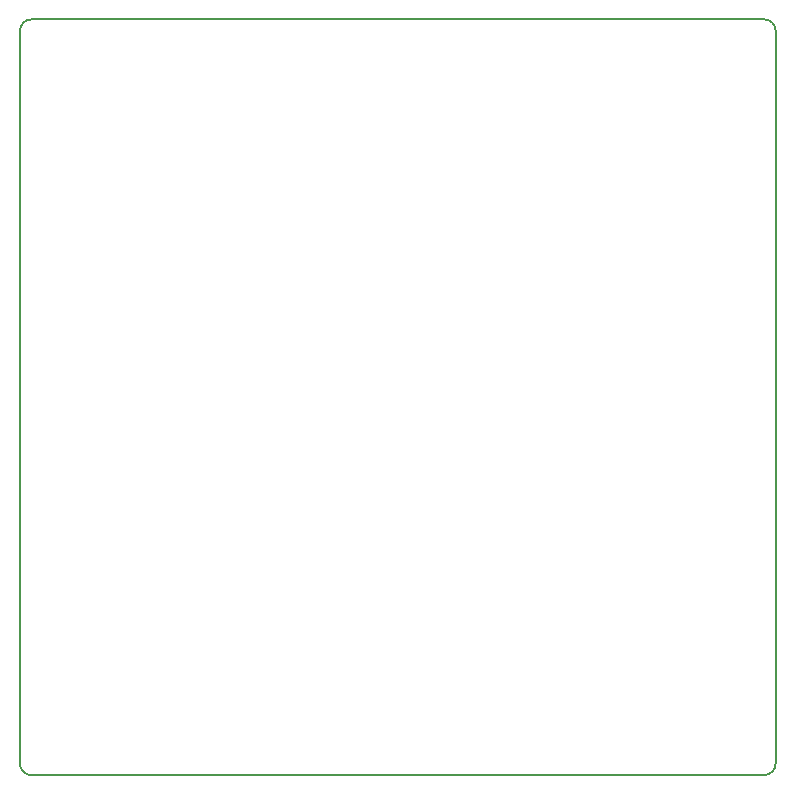
<source format=gko>
G04 DipTrace 3.3.1.3*
G04 T4LSSArduinoShield.gko*
%MOIN*%
G04 #@! TF.FileFunction,Profile*
G04 #@! TF.Part,Single*
%ADD11C,0.005512*%
%FSLAX26Y26*%
G04*
G70*
G90*
G75*
G01*
G04 BoardOutline*
%LPD*%
X433070Y393700D2*
D11*
X2874015D1*
G03X2913385Y433070I-1J39371D01*
G01*
Y2874015D1*
G03X2874015Y2913385I-39371J-1D01*
G01*
X433070D1*
G03X393700Y2874015I1J-39371D01*
G01*
Y433070D1*
G03X433070Y393700I39371J1D01*
G01*
M02*

</source>
